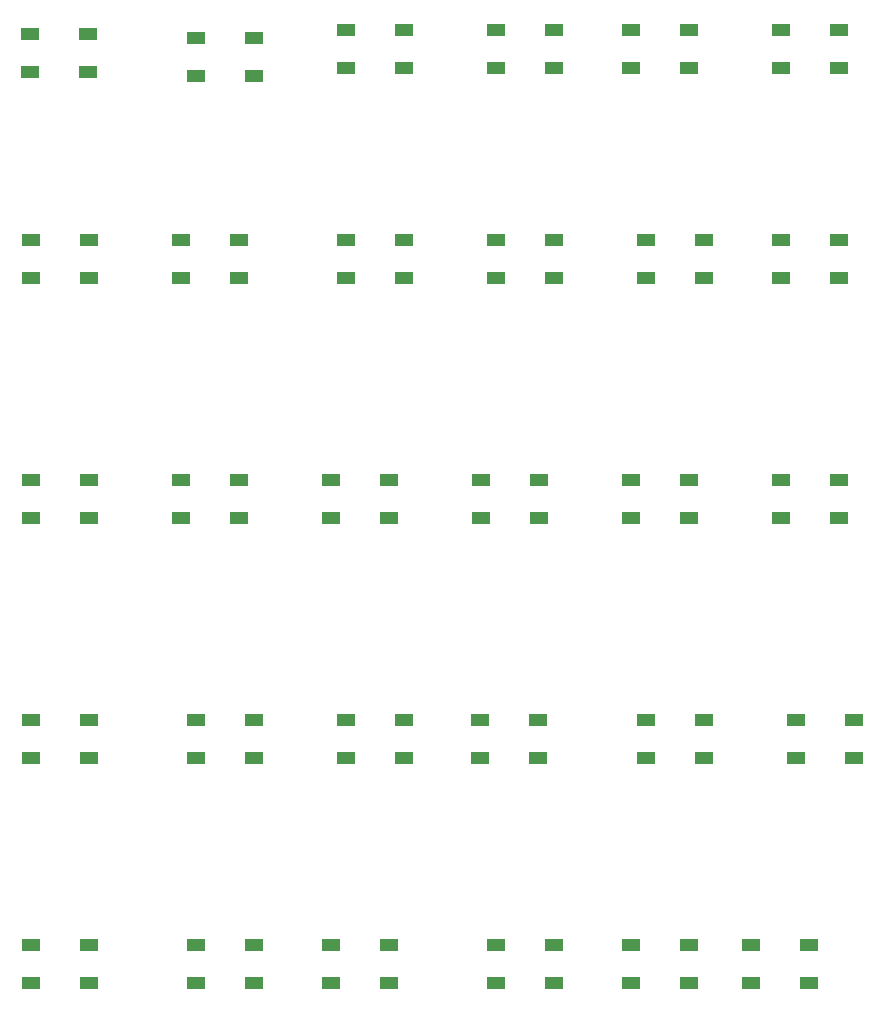
<source format=gbr>
%TF.GenerationSoftware,KiCad,Pcbnew,9.0.7*%
%TF.CreationDate,2026-02-20T03:41:17+09:00*%
%TF.ProjectId,YmmKeyboardMX,596d6d4b-6579-4626-9f61-72644d582e6b,rev?*%
%TF.SameCoordinates,Original*%
%TF.FileFunction,Paste,Top*%
%TF.FilePolarity,Positive*%
%FSLAX46Y46*%
G04 Gerber Fmt 4.6, Leading zero omitted, Abs format (unit mm)*
G04 Created by KiCad (PCBNEW 9.0.7) date 2026-02-20 03:41:17*
%MOMM*%
%LPD*%
G01*
G04 APERTURE LIST*
%ADD10R,1.500000X1.000000*%
G04 APERTURE END LIST*
D10*
%TO.C,D44*%
X133530000Y-76810000D03*
X133530000Y-80010000D03*
X138430000Y-80010000D03*
X138430000Y-76810000D03*
%TD*%
%TO.C,D46*%
X158930000Y-76810000D03*
X158930000Y-80010000D03*
X163830000Y-80010000D03*
X163830000Y-76810000D03*
%TD*%
%TO.C,D49*%
X197030000Y-76810000D03*
X197030000Y-80010000D03*
X201930000Y-80010000D03*
X201930000Y-76810000D03*
%TD*%
%TO.C,D35*%
X172900000Y-38710000D03*
X172900000Y-41910000D03*
X177800000Y-41910000D03*
X177800000Y-38710000D03*
%TD*%
%TO.C,D1*%
X133440000Y-39040000D03*
X133440000Y-42240000D03*
X138340000Y-42240000D03*
X138340000Y-39040000D03*
%TD*%
%TO.C,D56*%
X133530000Y-116180000D03*
X133530000Y-119380000D03*
X138430000Y-119380000D03*
X138430000Y-116180000D03*
%TD*%
%TO.C,D33*%
X147500000Y-39370000D03*
X147500000Y-42570000D03*
X152400000Y-42570000D03*
X152400000Y-39370000D03*
%TD*%
%TO.C,D50*%
X133530000Y-97130000D03*
X133530000Y-100330000D03*
X138430000Y-100330000D03*
X138430000Y-97130000D03*
%TD*%
%TO.C,D48*%
X184330000Y-76810000D03*
X184330000Y-80010000D03*
X189230000Y-80010000D03*
X189230000Y-76810000D03*
%TD*%
%TO.C,D45*%
X146230000Y-76810000D03*
X146230000Y-80010000D03*
X151130000Y-80010000D03*
X151130000Y-76810000D03*
%TD*%
%TO.C,D57*%
X147500000Y-116180000D03*
X147500000Y-119380000D03*
X152400000Y-119380000D03*
X152400000Y-116180000D03*
%TD*%
%TO.C,D34*%
X160200000Y-38710000D03*
X160200000Y-41910000D03*
X165100000Y-41910000D03*
X165100000Y-38710000D03*
%TD*%
%TO.C,D55*%
X198300000Y-97130000D03*
X198300000Y-100330000D03*
X203200000Y-100330000D03*
X203200000Y-97130000D03*
%TD*%
%TO.C,D40*%
X160200000Y-56490000D03*
X160200000Y-59690000D03*
X165100000Y-59690000D03*
X165100000Y-56490000D03*
%TD*%
%TO.C,D54*%
X185600000Y-97130000D03*
X185600000Y-100330000D03*
X190500000Y-100330000D03*
X190500000Y-97130000D03*
%TD*%
%TO.C,D47*%
X171630000Y-76810000D03*
X171630000Y-80010000D03*
X176530000Y-80010000D03*
X176530000Y-76810000D03*
%TD*%
%TO.C,D36*%
X184330000Y-38710000D03*
X184330000Y-41910000D03*
X189230000Y-41910000D03*
X189230000Y-38710000D03*
%TD*%
%TO.C,D60*%
X184330000Y-116180000D03*
X184330000Y-119380000D03*
X189230000Y-119380000D03*
X189230000Y-116180000D03*
%TD*%
%TO.C,D61*%
X194490000Y-116180000D03*
X194490000Y-119380000D03*
X199390000Y-119380000D03*
X199390000Y-116180000D03*
%TD*%
%TO.C,D51*%
X147500000Y-97130000D03*
X147500000Y-100330000D03*
X152400000Y-100330000D03*
X152400000Y-97130000D03*
%TD*%
%TO.C,D41*%
X172900000Y-56490000D03*
X172900000Y-59690000D03*
X177800000Y-59690000D03*
X177800000Y-56490000D03*
%TD*%
%TO.C,D53*%
X171540000Y-97130000D03*
X171540000Y-100330000D03*
X176440000Y-100330000D03*
X176440000Y-97130000D03*
%TD*%
%TO.C,D42*%
X185600000Y-56490000D03*
X185600000Y-59690000D03*
X190500000Y-59690000D03*
X190500000Y-56490000D03*
%TD*%
%TO.C,D52*%
X160200000Y-97130000D03*
X160200000Y-100330000D03*
X165100000Y-100330000D03*
X165100000Y-97130000D03*
%TD*%
%TO.C,D58*%
X158930000Y-116180000D03*
X158930000Y-119380000D03*
X163830000Y-119380000D03*
X163830000Y-116180000D03*
%TD*%
%TO.C,D59*%
X172900000Y-116180000D03*
X172900000Y-119380000D03*
X177800000Y-119380000D03*
X177800000Y-116180000D03*
%TD*%
%TO.C,D37*%
X197030000Y-38710000D03*
X197030000Y-41910000D03*
X201930000Y-41910000D03*
X201930000Y-38710000D03*
%TD*%
%TO.C,D43*%
X197030000Y-56490000D03*
X197030000Y-59690000D03*
X201930000Y-59690000D03*
X201930000Y-56490000D03*
%TD*%
%TO.C,D38*%
X133530000Y-56490000D03*
X133530000Y-59690000D03*
X138430000Y-59690000D03*
X138430000Y-56490000D03*
%TD*%
%TO.C,D39*%
X146230000Y-56490000D03*
X146230000Y-59690000D03*
X151130000Y-59690000D03*
X151130000Y-56490000D03*
%TD*%
M02*

</source>
